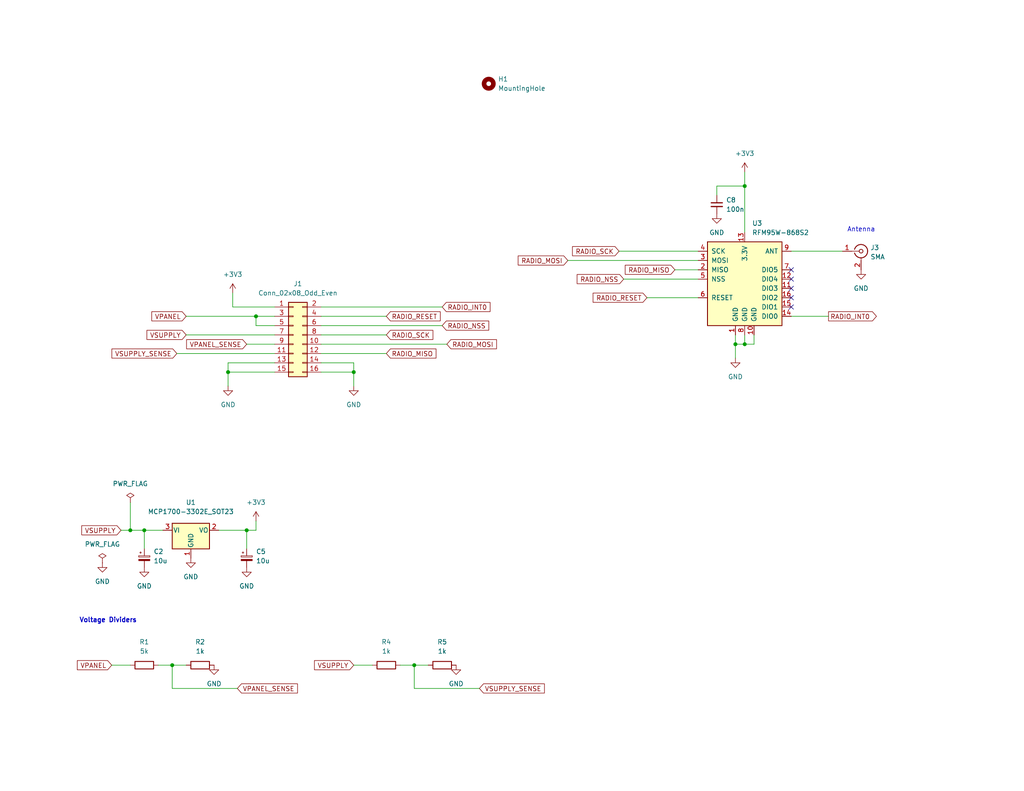
<source format=kicad_sch>
(kicad_sch (version 20211123) (generator eeschema)
  (paper "USLetter")
  (title_block (title "WARS Birdhouse Mesh Network Project - Radio 1") (date "2022-04-24") (company "Bruce MacKinnon KC1FSZ") (comment 1 "COPYRIGHT (C) 2022 - Bruce MacKinnon "))
  (lib_symbols
    (symbol "Connector:Conn_Coaxial" (pin_names (offset 1.016) hide)
      (property "Reference" "J" (at 0.254 3.048 0))
      (property "Value" "Conn_Coaxial" (at 2.921 0 90))
      (symbol "Conn_Coaxial_0_1"
        (arc (start -1.778 -0.508) (mid 0.222 -1.808) (end 1.778 0) (stroke (width 0.254)))
        (polyline (pts (xy -2.54 0) (xy -0.508 0)))
        (polyline (pts (xy 0 -2.54) (xy 0 -1.778)))
        (circle (center 0 0) (radius 0.508) (stroke (width 0.2032)))
        (arc (start 1.778 0) (mid 0.222 1.8083) (end -1.778 0.508) (stroke (width 0.254)))
      )
      (symbol "Conn_Coaxial_1_1"
        (pin passive line (at -5.08 0 0) (length 2.54) (name "In") (number "1"))
        (pin passive line (at 0 -5.08 90) (length 2.54) (name "Ext") (number "2"))
      )
    )
    (symbol "Connector_Generic:Conn_02x08_Odd_Even" (pin_names (offset 1.016) hide)
      (property "Reference" "J" (at 1.27 10.16 0))
      (property "Value" "Conn_02x08_Odd_Even" (at 1.27 -12.7 0))
      (symbol "Conn_02x08_Odd_Even_1_1"
        (rectangle (start -1.27 -10.033) (end 0 -10.287) (stroke (width 0.1524)))
        (rectangle (start -1.27 -7.493) (end 0 -7.747) (stroke (width 0.1524)))
        (rectangle (start -1.27 -4.953) (end 0 -5.207) (stroke (width 0.1524)))
        (rectangle (start -1.27 -2.413) (end 0 -2.667) (stroke (width 0.1524)))
        (rectangle (start -1.27 0.127) (end 0 -0.127) (stroke (width 0.1524)))
        (rectangle (start -1.27 2.667) (end 0 2.413) (stroke (width 0.1524)))
        (rectangle (start -1.27 5.207) (end 0 4.953) (stroke (width 0.1524)))
        (rectangle (start -1.27 7.747) (end 0 7.493) (stroke (width 0.1524)))
        (rectangle (start -1.27 8.89) (end 3.81 -11.43) (stroke (width 0.254)) (fill (type background)))
        (rectangle (start 3.81 -10.033) (end 2.54 -10.287) (stroke (width 0.1524)))
        (rectangle (start 3.81 -7.493) (end 2.54 -7.747) (stroke (width 0.1524)))
        (rectangle (start 3.81 -4.953) (end 2.54 -5.207) (stroke (width 0.1524)))
        (rectangle (start 3.81 -2.413) (end 2.54 -2.667) (stroke (width 0.1524)))
        (rectangle (start 3.81 0.127) (end 2.54 -0.127) (stroke (width 0.1524)))
        (rectangle (start 3.81 2.667) (end 2.54 2.413) (stroke (width 0.1524)))
        (rectangle (start 3.81 5.207) (end 2.54 4.953) (stroke (width 0.1524)))
        (rectangle (start 3.81 7.747) (end 2.54 7.493) (stroke (width 0.1524)))
        (pin passive line (at -5.08 7.62 0) (length 3.81) (name "Pin_1") (number "1"))
        (pin passive line (at 7.62 -2.54 180) (length 3.81) (name "Pin_10") (number "10"))
        (pin passive line (at -5.08 -5.08 0) (length 3.81) (name "Pin_11") (number "11"))
        (pin passive line (at 7.62 -5.08 180) (length 3.81) (name "Pin_12") (number "12"))
        (pin passive line (at -5.08 -7.62 0) (length 3.81) (name "Pin_13") (number "13"))
        (pin passive line (at 7.62 -7.62 180) (length 3.81) (name "Pin_14") (number "14"))
        (pin passive line (at -5.08 -10.16 0) (length 3.81) (name "Pin_15") (number "15"))
        (pin passive line (at 7.62 -10.16 180) (length 3.81) (name "Pin_16") (number "16"))
        (pin passive line (at 7.62 7.62 180) (length 3.81) (name "Pin_2") (number "2"))
        (pin passive line (at -5.08 5.08 0) (length 3.81) (name "Pin_3") (number "3"))
        (pin passive line (at 7.62 5.08 180) (length 3.81) (name "Pin_4") (number "4"))
        (pin passive line (at -5.08 2.54 0) (length 3.81) (name "Pin_5") (number "5"))
        (pin passive line (at 7.62 2.54 180) (length 3.81) (name "Pin_6") (number "6"))
        (pin passive line (at -5.08 0 0) (length 3.81) (name "Pin_7") (number "7"))
        (pin passive line (at 7.62 0 180) (length 3.81) (name "Pin_8") (number "8"))
        (pin passive line (at -5.08 -2.54 0) (length 3.81) (name "Pin_9") (number "9"))
      )
    )
    (symbol "Device:C_Polarized_Small" (pin_numbers hide) (pin_names (offset 0.254) hide)
      (property "Reference" "C" (at 0.254 1.778 0))
      (property "Value" "C_Polarized_Small" (at 0.254 -2.032 0))
      (symbol "C_Polarized_Small_0_1"
        (rectangle (start -1.524 -0.3048) (end 1.524 -0.6858) (fill (type outline)))
        (rectangle (start -1.524 0.6858) (end 1.524 0.3048))
        (polyline (pts (xy -1.27 1.524) (xy -0.762 1.524)))
        (polyline (pts (xy -1.016 1.27) (xy -1.016 1.778)))
      )
      (symbol "C_Polarized_Small_1_1"
        (pin passive line (at 0 2.54 270) (length 1.8542) (name "~") (number "1"))
        (pin passive line (at 0 -2.54 90) (length 1.8542) (name "~") (number "2"))
      )
    )
    (symbol "Device:C_Small" (pin_numbers hide) (pin_names (offset 0.254) hide)
      (property "Reference" "C" (at 0.254 1.778 0))
      (property "Value" "C_Small" (at 0.254 -2.032 0))
      (symbol "C_Small_0_1"
        (polyline (pts (xy -1.524 -0.508) (xy 1.524 -0.508)) (stroke (width 0.3302)))
        (polyline (pts (xy -1.524 0.508) (xy 1.524 0.508)) (stroke (width 0.3048)))
      )
      (symbol "C_Small_1_1"
        (pin passive line (at 0 2.54 270) (length 2.032) (name "~") (number "1"))
        (pin passive line (at 0 -2.54 90) (length 2.032) (name "~") (number "2"))
      )
    )
    (symbol "Device:R" (pin_numbers hide) (pin_names (offset 0))
      (property "Reference" "R" (at 2.032 0 90))
      (property "Value" "R" (at 0 0 90))
      (symbol "R_0_1"
        (rectangle (start -1.016 -2.54) (end 1.016 2.54) (stroke (width 0.254)))
      )
      (symbol "R_1_1"
        (pin passive line (at 0 3.81 270) (length 1.27) (name "~") (number "1"))
        (pin passive line (at 0 -3.81 90) (length 1.27) (name "~") (number "2"))
      )
    )
    (symbol "Mechanical:MountingHole" (pin_names (offset 1.016))
      (property "Reference" "H" (at 0 5.08 0))
      (property "Value" "MountingHole" (at 0 3.175 0))
      (symbol "MountingHole_0_1"
        (circle (center 0 0) (radius 1.27) (stroke (width 1.27)))
      )
    )
    (symbol "RF_Module:RFM95W-868S2" (pin_names (offset 1.016))
      (property "Reference" "U" (at -10.414 11.684 0))
      (property "Value" "RFM95W-868S2" (at 1.524 11.43 0))
      (symbol "RFM95W-868S2_0_1"
        (rectangle (start -10.16 10.16) (end 10.16 -12.7) (stroke (width 0.254)) (fill (type background)))
      )
      (symbol "RFM95W-868S2_1_1"
        (pin power_in line (at -2.54 -15.24 90) (length 2.54) (name "GND") (number "1"))
        (pin power_in line (at 2.54 -15.24 90) (length 2.54) (name "GND") (number "10"))
        (pin bidirectional line (at 12.7 -2.54 180) (length 2.54) (name "DIO3") (number "11"))
        (pin bidirectional line (at 12.7 0 180) (length 2.54) (name "DIO4") (number "12"))
        (pin power_in line (at 0 12.7 270) (length 2.54) (name "3.3V") (number "13"))
        (pin bidirectional line (at 12.7 -10.16 180) (length 2.54) (name "DIO0") (number "14"))
        (pin bidirectional line (at 12.7 -7.62 180) (length 2.54) (name "DIO1") (number "15"))
        (pin bidirectional line (at 12.7 -5.08 180) (length 2.54) (name "DIO2") (number "16"))
        (pin output line (at -12.7 2.54 0) (length 2.54) (name "MISO") (number "2"))
        (pin input line (at -12.7 5.08 0) (length 2.54) (name "MOSI") (number "3"))
        (pin input line (at -12.7 7.62 0) (length 2.54) (name "SCK") (number "4"))
        (pin input line (at -12.7 0 0) (length 2.54) (name "NSS") (number "5"))
        (pin bidirectional line (at -12.7 -5.08 0) (length 2.54) (name "RESET") (number "6"))
        (pin bidirectional line (at 12.7 2.54 180) (length 2.54) (name "DIO5") (number "7"))
        (pin power_in line (at 0 -15.24 90) (length 2.54) (name "GND") (number "8"))
        (pin bidirectional line (at 12.7 7.62 180) (length 2.54) (name "ANT") (number "9"))
      )
    )
    (symbol "Regulator_Linear:MCP1700-3302E_SOT23" (pin_names (offset 0.254))
      (property "Reference" "U" (at -3.81 3.175 0))
      (property "Value" "MCP1700-3302E_SOT23" (at 0 3.175 0))
      (symbol "MCP1700-3302E_SOT23_0_1"
        (rectangle (start -5.08 1.905) (end 5.08 -5.08) (stroke (width 0.254)) (fill (type background)))
      )
      (symbol "MCP1700-3302E_SOT23_1_1"
        (pin power_in line (at 0 -7.62 90) (length 2.54) (name "GND") (number "1"))
        (pin power_out line (at 7.62 0 180) (length 2.54) (name "VO") (number "2"))
        (pin power_in line (at -7.62 0 0) (length 2.54) (name "VI") (number "3"))
      )
    )
    (symbol "power:+3.3V" (power) (pin_names (offset 0))
      (property "Value" "+3.3V" (at 0 3.556 0))
      (symbol "+3.3V_0_1"
        (polyline (pts (xy -0.762 1.27) (xy 0 2.54)))
        (polyline (pts (xy 0 0) (xy 0 2.54)))
        (polyline (pts (xy 0 2.54) (xy 0.762 1.27)))
      )
      (symbol "+3.3V_1_1"
        (pin power_in line (at 0 0 90) (length 0) hide (name "+3V3") (number "1"))
      )
    )
    (symbol "power:GND" (power) (pin_names (offset 0))
      (property "Value" "GND" (at 0 -3.81 0))
      (symbol "GND_0_1"
        (polyline (pts (xy 0 0) (xy 0 -1.27) (xy 1.27 -1.27) (xy 0 -2.54) (xy -1.27 -1.27) (xy 0 -1.27)))
      )
      (symbol "GND_1_1"
        (pin power_in line (at 0 0 270) (length 0) hide (name "GND") (number "1"))
      )
    )
    (symbol "power:PWR_FLAG" (power) (pin_numbers hide) (pin_names (offset 0) hide)
      (property "Value" "PWR_FLAG" (at 0 3.81 0))
      (symbol "PWR_FLAG_0_0"
        (pin power_out line (at 0 0 90) (length 0) (name "pwr") (number "1"))
      )
      (symbol "PWR_FLAG_0_1"
        (polyline (pts (xy 0 0) (xy 0 1.27) (xy -1.016 1.905) (xy 0 2.54) (xy 1.016 1.905) (xy 0 1.27)))
      )
    )
  )
  (junction (at 35.56 144.78))
  (junction (at 46.99 181.61))
  (junction (at 203.2 50.8))
  (junction (at 113.03 181.61))
  (junction (at 96.52 101.6))
  (junction (at 200.66 93.98))
  (junction (at 203.2 93.98))
  (junction (at 69.85 86.36))
  (junction (at 67.31 144.78))
  (junction (at 39.37 144.78))
  (junction (at 62.23 101.6))
  (no_connect (at 215.9 73.66))
  (no_connect (at 215.9 83.82))
  (no_connect (at 215.9 81.28))
  (no_connect (at 215.9 78.74))
  (no_connect (at 215.9 76.2))
  (wire (pts (xy 203.2 46.99) (xy 203.2 50.8)))
  (wire (pts (xy 59.69 144.78) (xy 67.31 144.78)))
  (wire (pts (xy 113.03 181.61) (xy 113.03 187.96)))
  (wire (pts (xy 87.63 83.82) (xy 120.65 83.82)))
  (wire (pts (xy 203.2 50.8) (xy 203.2 63.5)))
  (wire (pts (xy 176.53 81.28) (xy 190.5 81.28)))
  (wire (pts (xy 87.63 96.52) (xy 105.41 96.52)))
  (wire (pts (xy 113.03 187.96) (xy 130.81 187.96)))
  (wire (pts (xy 87.63 88.9) (xy 120.65 88.9)))
  (wire (pts (xy 96.52 101.6) (xy 96.52 105.41)))
  (wire (pts (xy 62.23 101.6) (xy 62.23 105.41)))
  (wire (pts (xy 184.15 73.66) (xy 190.5 73.66)))
  (wire (pts (xy 200.66 91.44) (xy 200.66 93.98)))
  (wire (pts (xy 154.94 71.12) (xy 190.5 71.12)))
  (wire (pts (xy 69.85 88.9) (xy 74.93 88.9)))
  (wire (pts (xy 62.23 99.06) (xy 62.23 101.6)))
  (wire (pts (xy 87.63 93.98) (xy 121.92 93.98)))
  (wire (pts (xy 170.18 76.2) (xy 190.5 76.2)))
  (wire (pts (xy 67.31 93.98) (xy 74.93 93.98)))
  (wire (pts (xy 33.02 144.78) (xy 35.56 144.78)))
  (wire (pts (xy 87.63 101.6) (xy 96.52 101.6)))
  (wire (pts (xy 69.85 144.78) (xy 69.85 142.24)))
  (wire (pts (xy 67.31 144.78) (xy 69.85 144.78)))
  (wire (pts (xy 48.26 96.52) (xy 74.93 96.52)))
  (wire (pts (xy 215.9 68.58) (xy 229.87 68.58)))
  (wire (pts (xy 109.22 181.61) (xy 113.03 181.61)))
  (wire (pts (xy 113.03 181.61) (xy 116.84 181.61)))
  (wire (pts (xy 168.91 68.58) (xy 190.5 68.58)))
  (wire (pts (xy 63.5 80.01) (xy 63.5 83.82)))
  (wire (pts (xy 69.85 86.36) (xy 69.85 88.9)))
  (wire (pts (xy 50.8 91.44) (xy 74.93 91.44)))
  (wire (pts (xy 203.2 91.44) (xy 203.2 93.98)))
  (wire (pts (xy 200.66 93.98) (xy 203.2 93.98)))
  (wire (pts (xy 62.23 101.6) (xy 74.93 101.6)))
  (wire (pts (xy 87.63 91.44) (xy 105.41 91.44)))
  (wire (pts (xy 96.52 99.06) (xy 96.52 101.6)))
  (wire (pts (xy 96.52 181.61) (xy 101.6 181.61)))
  (wire (pts (xy 43.18 181.61) (xy 46.99 181.61)))
  (wire (pts (xy 30.48 181.61) (xy 35.56 181.61)))
  (wire (pts (xy 226.06 86.36) (xy 215.9 86.36)))
  (wire (pts (xy 200.66 93.98) (xy 200.66 97.79)))
  (wire (pts (xy 87.63 86.36) (xy 105.41 86.36)))
  (wire (pts (xy 87.63 99.06) (xy 96.52 99.06)))
  (wire (pts (xy 195.58 53.34) (xy 195.58 50.8)))
  (wire (pts (xy 205.74 93.98) (xy 205.74 91.44)))
  (wire (pts (xy 203.2 93.98) (xy 205.74 93.98)))
  (wire (pts (xy 46.99 187.96) (xy 64.77 187.96)))
  (wire (pts (xy 46.99 181.61) (xy 50.8 181.61)))
  (wire (pts (xy 35.56 137.16) (xy 35.56 144.78)))
  (wire (pts (xy 69.85 86.36) (xy 74.93 86.36)))
  (wire (pts (xy 35.56 144.78) (xy 39.37 144.78)))
  (wire (pts (xy 67.31 144.78) (xy 67.31 149.86)))
  (wire (pts (xy 74.93 99.06) (xy 62.23 99.06)))
  (wire (pts (xy 195.58 50.8) (xy 203.2 50.8)))
  (wire (pts (xy 46.99 181.61) (xy 46.99 187.96)))
  (wire (pts (xy 50.8 86.36) (xy 69.85 86.36)))
  (wire (pts (xy 39.37 144.78) (xy 39.37 149.86)))
  (wire (pts (xy 39.37 144.78) (xy 44.45 144.78)))
  (wire (pts (xy 63.5 83.82) (xy 74.93 83.82)))
  (text "Antenna" (at 231.14 63.5 0) (effects (font (size 1.27 1.27)) (justify left bottom)))
  (text "Voltage Dividers " (at 21.59 170.18 0) (effects (font (size 1.27 1.27) (thickness 0.254) bold) (justify left bottom)))
  (global_label "RADIO_RESET" (shape input) (at 176.53 81.28 180) (property "Intersheet References" "${INTERSHEET_REFS}" (effects hide)))
  (global_label "VPANEL_SENSE" (shape input) (at 67.31 93.98 180) (property "Intersheet References" "${INTERSHEET_REFS}" (effects hide)))
  (global_label "RADIO_SCK" (shape input) (at 105.41 91.44 0) (property "Intersheet References" "${INTERSHEET_REFS}" (effects hide)))
  (global_label "RADIO_MOSI" (shape input) (at 154.94 71.12 180) (property "Intersheet References" "${INTERSHEET_REFS}" (effects hide)))
  (global_label "RADIO_INT0" (shape output) (at 226.06 86.36 0) (property "Intersheet References" "${INTERSHEET_REFS}" (effects hide)))
  (global_label "VSUPPLY" (shape input) (at 33.02 144.78 180) (property "Intersheet References" "${INTERSHEET_REFS}" (effects hide)))
  (global_label "VSUPPLY" (shape input) (at 50.8 91.44 180) (property "Intersheet References" "${INTERSHEET_REFS}" (effects hide)))
  (global_label "VPANEL" (shape input) (at 30.48 181.61 180) (property "Intersheet References" "${INTERSHEET_REFS}" (effects hide)))
  (global_label "VSUPPLY" (shape input) (at 96.52 181.61 180) (property "Intersheet References" "${INTERSHEET_REFS}" (effects hide)))
  (global_label "RADIO_RESET" (shape input) (at 105.41 86.36 0) (property "Intersheet References" "${INTERSHEET_REFS}" (effects hide)))
  (global_label "RADIO_INT0" (shape input) (at 120.65 83.82 0) (property "Intersheet References" "${INTERSHEET_REFS}" (effects hide)))
  (global_label "VSUPPLY_SENSE" (shape input) (at 130.81 187.96 0) (property "Intersheet References" "${INTERSHEET_REFS}" (effects hide)))
  (global_label "RADIO_MOSI" (shape input) (at 121.92 93.98 0) (property "Intersheet References" "${INTERSHEET_REFS}" (effects hide)))
  (global_label "RADIO_MISO" (shape input) (at 184.15 73.66 180) (property "Intersheet References" "${INTERSHEET_REFS}" (effects hide)))
  (global_label "RADIO_SCK" (shape input) (at 168.91 68.58 180) (property "Intersheet References" "${INTERSHEET_REFS}" (effects hide)))
  (global_label "RADIO_NSS" (shape input) (at 170.18 76.2 180) (property "Intersheet References" "${INTERSHEET_REFS}" (effects hide)))
  (global_label "VPANEL" (shape input) (at 50.8 86.36 180) (property "Intersheet References" "${INTERSHEET_REFS}" (effects hide)))
  (global_label "VSUPPLY_SENSE" (shape input) (at 48.26 96.52 180) (property "Intersheet References" "${INTERSHEET_REFS}" (effects hide)))
  (global_label "RADIO_NSS" (shape input) (at 120.65 88.9 0) (property "Intersheet References" "${INTERSHEET_REFS}" (effects hide)))
  (global_label "RADIO_MISO" (shape input) (at 105.41 96.52 0) (property "Intersheet References" "${INTERSHEET_REFS}" (effects hide)))
  (global_label "VPANEL_SENSE" (shape input) (at 64.77 187.96 0) (property "Intersheet References" "${INTERSHEET_REFS}" (effects hide)))
  (symbol (lib_id "Connector_Generic:Conn_02x08_Odd_Even") (at 80.01 91.44 0) (unit 1)
    (property "Reference" "J1" (at 81.28 77.47 0))
    (property "Value" "Conn_02x08_Odd_Even" (at 81.28 80.01 0))
    (property "Footprint" "Connector_PinSocket_2.54mm:PinSocket_2x08_P2.54mm_Vertical" (effects hide))
  )
  (symbol (lib_id "power:GND") (at 124.46 181.61 0) (unit 1)
    (property "Reference" "#PWR016" (effects hide))
    (property "Value" "GND" (at 124.46 186.69 0))
  )
  (symbol (lib_id "Device:R") (at 105.41 181.61 270) (unit 1)
    (property "Reference" "R4" (at 105.41 175.26 90))
    (property "Value" "1k" (at 105.41 177.8 90))
    (property "Footprint" "Resistor_SMD:R_0805_2012Metric_Pad1.20x1.40mm_HandSolder" (effects hide))
  )
  (symbol (lib_id "power:GND") (at 96.52 105.41 0) (unit 1)
    (property "Reference" "#PWR04" (effects hide))
    (property "Value" "GND" (at 96.52 110.49 0))
  )
  (symbol (lib_id "power:+3.3V") (at 69.85 142.24 0) (unit 1)
    (property "Reference" "#PWR010" (effects hide))
    (property "Value" "+3.3V" (at 69.85 137.16 0))
  )
  (symbol (lib_id "power:GND") (at 67.31 154.94 0) (unit 1)
    (property "Reference" "#PWR09" (effects hide))
    (property "Value" "GND" (at 67.31 160.02 0))
  )
  (symbol (lib_id "power:GND") (at 200.66 97.79 0) (unit 1)
    (property "Reference" "#PWR018" (effects hide))
    (property "Value" "GND" (at 200.66 102.87 0))
  )
  (symbol (lib_id "power:GND") (at 195.58 58.42 0) (unit 1)
    (property "Reference" "#PWR017" (effects hide))
    (property "Value" "GND" (at 195.58 63.5 0))
  )
  (symbol (lib_id "Device:R") (at 120.65 181.61 90) (unit 1)
    (property "Reference" "R5" (at 120.65 175.26 90))
    (property "Value" "1k" (at 120.65 177.8 90))
    (property "Footprint" "Resistor_SMD:R_0805_2012Metric_Pad1.20x1.40mm_HandSolder" (effects hide))
  )
  (symbol (lib_id "power:PWR_FLAG") (at 35.56 137.16 0) (unit 1)
    (property "Reference" "#FLG01" (effects hide))
    (property "Value" "PWR_FLAG" (at 35.56 132.08 0))
  )
  (symbol (lib_id "power:GND") (at 58.42 181.61 0) (unit 1)
    (property "Reference" "#PWR06" (effects hide))
    (property "Value" "GND" (at 58.42 186.69 0))
  )
  (symbol (lib_id "Device:R") (at 54.61 181.61 90) (unit 1)
    (property "Reference" "R2" (at 54.61 175.26 90))
    (property "Value" "1k" (at 54.61 177.8 90))
    (property "Footprint" "Resistor_SMD:R_0805_2012Metric_Pad1.20x1.40mm_HandSolder" (effects hide))
  )
  (symbol (lib_id "RF_Module:RFM95W-868S2") (at 203.2 76.2 0) (unit 1)
    (property "Reference" "U3" (at 205.2194 60.96 0) (effects (justify left)))
    (property "Value" "RFM95W-868S2" (at 205.2194 63.5 0) (effects (justify left)))
    (property "Footprint" "RF_Module:HOPERF_RFM9XW_SMD" (effects hide))
    (property "Datasheet" "https://www.hoperf.com/data/upload/portal/20181127/5bfcbea20e9ef.pdf" (effects hide))
  )
  (symbol (lib_id "power:GND") (at 234.95 73.66 0) (unit 1)
    (property "Reference" "#PWR020" (effects hide))
    (property "Value" "GND" (at 234.95 78.74 0))
  )
  (symbol (lib_id "Mechanical:MountingHole") (at 133.35 22.86 0) (unit 1)
    (property "Reference" "H1" (at 135.89 21.5899 0) (effects (justify left)))
    (property "Value" "MountingHole" (at 135.89 24.1299 0) (effects (justify left)))
    (property "Footprint" "MountingHole:MountingHole_4mm" (effects hide))
  )
  (symbol (lib_id "power:PWR_FLAG") (at 27.94 153.67 0) (unit 1)
    (property "Reference" "#FLG02" (effects hide))
    (property "Value" "PWR_FLAG" (at 27.94 148.59 0))
  )
  (symbol (lib_id "Device:C_Polarized_Small") (at 67.31 152.4 0) (unit 1)
    (property "Reference" "C5" (at 69.85 150.5838 0) (effects (justify left)))
    (property "Value" "10u" (at 69.85 153.1238 0) (effects (justify left)))
    (property "Footprint" "Capacitor_SMD:CP_Elec_4x5.4" (effects hide))
  )
  (symbol (lib_id "power:GND") (at 39.37 154.94 0) (unit 1)
    (property "Reference" "#PWR03" (effects hide))
    (property "Value" "GND" (at 39.37 160.02 0))
  )
  (symbol (lib_id "Connector:Conn_Coaxial") (at 234.95 68.58 0) (unit 1)
    (property "Reference" "J3" (at 237.49 67.6031 0) (effects (justify left)))
    (property "Value" "SMA" (at 237.49 70.1431 0) (effects (justify left)))
    (property "Footprint" "Connector_Coaxial:SMA_Amphenol_132134_Vertical" (effects hide))
    (property "Datasheet" " ~" (effects hide))
  )
  (symbol (lib_id "Regulator_Linear:MCP1700-3302E_SOT23") (at 52.07 144.78 0) (unit 1)
    (property "Reference" "U1" (at 52.07 137.16 0))
    (property "Value" "MCP1700-3302E_SOT23" (at 52.07 139.7 0))
    (property "Footprint" "Package_TO_SOT_SMD:SOT-23" (effects hide))
    (property "Datasheet" "http://ww1.microchip.com/downloads/en/DeviceDoc/20001826D.pdf" (effects hide))
  )
  (symbol (lib_id "power:GND") (at 62.23 105.41 0) (unit 1)
    (property "Reference" "#PWR01" (effects hide))
    (property "Value" "GND" (at 62.23 110.49 0))
  )
  (symbol (lib_id "power:GND") (at 27.94 153.67 0) (unit 1)
    (property "Reference" "#PWR023" (effects hide))
    (property "Value" "GND" (at 27.94 158.75 0))
  )
  (symbol (lib_id "power:+3.3V") (at 63.5 80.01 0) (unit 1)
    (property "Reference" "#PWR02" (effects hide))
    (property "Value" "+3.3V" (at 63.5 74.93 0))
  )
  (symbol (lib_id "power:+3.3V") (at 203.2 46.99 0) (unit 1)
    (property "Reference" "#PWR019" (effects hide))
    (property "Value" "+3.3V" (at 203.2 41.91 0))
  )
  (symbol (lib_id "Device:C_Small") (at 195.58 55.88 0) (unit 1)
    (property "Reference" "C8" (at 198.12 54.6162 0) (effects (justify left)))
    (property "Value" "100n" (at 198.12 57.1562 0) (effects (justify left)))
    (property "Footprint" "Capacitor_SMD:C_0805_2012Metric_Pad1.18x1.45mm_HandSolder" (effects hide))
  )
  (symbol (lib_id "Device:C_Polarized_Small") (at 39.37 152.4 0) (unit 1)
    (property "Reference" "C2" (at 41.91 150.5838 0) (effects (justify left)))
    (property "Value" "10u" (at 41.91 153.1238 0) (effects (justify left)))
    (property "Footprint" "Capacitor_SMD:CP_Elec_4x5.4" (effects hide))
  )
  (symbol (lib_id "Device:R") (at 39.37 181.61 270) (unit 1)
    (property "Reference" "R1" (at 39.37 175.26 90))
    (property "Value" "5k" (at 39.37 177.8 90))
    (property "Footprint" "Resistor_SMD:R_0805_2012Metric_Pad1.20x1.40mm_HandSolder" (effects hide))
  )
  (symbol (lib_id "power:GND") (at 52.07 152.4 0) (unit 1)
    (property "Reference" "#PWR05" (effects hide))
    (property "Value" "GND" (at 52.07 157.48 0))
  )
)
</source>
